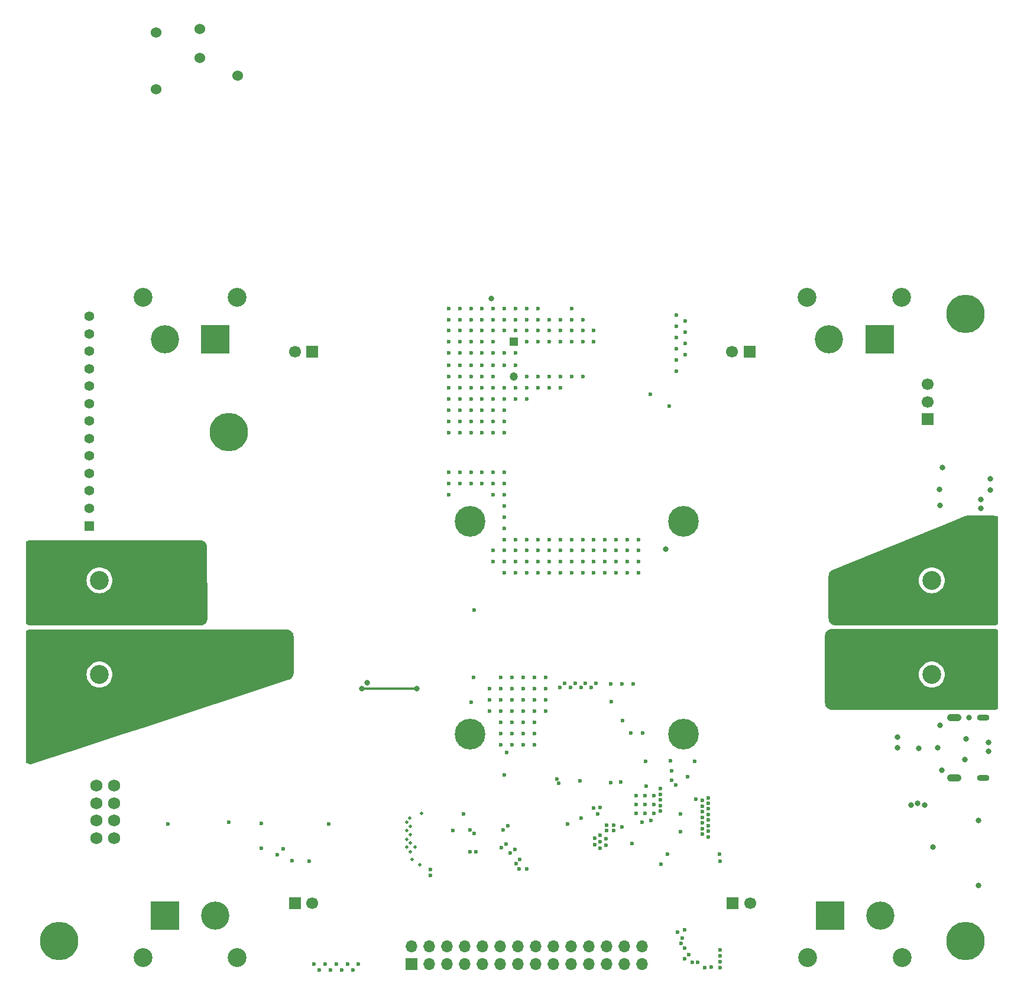
<source format=gbr>
%TF.GenerationSoftware,KiCad,Pcbnew,7.0.10*%
%TF.CreationDate,2025-04-22T22:54:08-04:00*%
%TF.ProjectId,bms-board,626d732d-626f-4617-9264-2e6b69636164,rev?*%
%TF.SameCoordinates,Original*%
%TF.FileFunction,Copper,L3,Inr*%
%TF.FilePolarity,Positive*%
%FSLAX46Y46*%
G04 Gerber Fmt 4.6, Leading zero omitted, Abs format (unit mm)*
G04 Created by KiCad (PCBNEW 7.0.10) date 2025-04-22 22:54:08*
%MOMM*%
%LPD*%
G01*
G04 APERTURE LIST*
%TA.AperFunction,ComponentPad*%
%ADD10C,5.500000*%
%TD*%
%TA.AperFunction,ComponentPad*%
%ADD11C,1.530000*%
%TD*%
%TA.AperFunction,ComponentPad*%
%ADD12R,1.700000X1.700000*%
%TD*%
%TA.AperFunction,ComponentPad*%
%ADD13O,1.700000X1.700000*%
%TD*%
%TA.AperFunction,ComponentPad*%
%ADD14C,0.600000*%
%TD*%
%TA.AperFunction,ComponentPad*%
%ADD15C,4.400000*%
%TD*%
%TA.AperFunction,ComponentPad*%
%ADD16C,0.800000*%
%TD*%
%TA.AperFunction,ComponentPad*%
%ADD17R,4.050000X4.050000*%
%TD*%
%TA.AperFunction,ComponentPad*%
%ADD18C,4.050000*%
%TD*%
%TA.AperFunction,ComponentPad*%
%ADD19C,2.700000*%
%TD*%
%TA.AperFunction,ComponentPad*%
%ADD20R,1.400000X1.400000*%
%TD*%
%TA.AperFunction,ComponentPad*%
%ADD21C,1.400000*%
%TD*%
%TA.AperFunction,ComponentPad*%
%ADD22C,1.700000*%
%TD*%
%TA.AperFunction,ComponentPad*%
%ADD23R,1.200000X1.200000*%
%TD*%
%TA.AperFunction,ComponentPad*%
%ADD24C,1.200000*%
%TD*%
%TA.AperFunction,ComponentPad*%
%ADD25C,1.752600*%
%TD*%
%TA.AperFunction,ComponentPad*%
%ADD26O,2.100000X1.050000*%
%TD*%
%TA.AperFunction,ComponentPad*%
%ADD27O,1.800000X0.900000*%
%TD*%
%TA.AperFunction,ViaPad*%
%ADD28C,0.600000*%
%TD*%
%TA.AperFunction,ViaPad*%
%ADD29C,0.800000*%
%TD*%
%TA.AperFunction,ViaPad*%
%ADD30C,0.500000*%
%TD*%
%TA.AperFunction,Conductor*%
%ADD31C,0.300000*%
%TD*%
%TA.AperFunction,Conductor*%
%ADD32C,0.500000*%
%TD*%
G04 APERTURE END LIST*
D10*
%TO.N,GND*%
%TO.C,H4*%
X164900000Y-124900000D03*
%TD*%
D11*
%TO.N,GND*%
%TO.C,TP17*%
X60700000Y-980000D03*
%TD*%
D12*
%TO.N,+5V*%
%TO.C,J4*%
X85560000Y-128200000D03*
D13*
%TO.N,+3V3*%
X85560000Y-125660000D03*
%TO.N,+5V*%
X88100000Y-128200000D03*
%TO.N,+3V3*%
X88100000Y-125660000D03*
%TO.N,GND*%
X90640000Y-128200000D03*
X90640000Y-125660000D03*
%TO.N,/Microcontroller/GPIO12*%
X93180000Y-128200000D03*
%TO.N,/Microcontroller/GPIO13*%
X93180000Y-125660000D03*
%TO.N,/Microcontroller/GPIO14*%
X95720000Y-128200000D03*
%TO.N,/Microcontroller/GPIO15*%
X95720000Y-125660000D03*
%TO.N,/Microcontroller/SWCLK*%
X98260000Y-128200000D03*
%TO.N,/Microcontroller/SWD*%
X98260000Y-125660000D03*
%TO.N,/Microcontroller/GPIO16*%
X100800000Y-128200000D03*
%TO.N,/Microcontroller/GPIO17*%
X100800000Y-125660000D03*
%TO.N,GND*%
X103340000Y-128200000D03*
X103340000Y-125660000D03*
%TO.N,/Microcontroller/GPIO18*%
X105880000Y-128200000D03*
%TO.N,/Microcontroller/GPIO19*%
X105880000Y-125660000D03*
%TO.N,/Microcontroller/GPIO20*%
X108420000Y-128200000D03*
%TO.N,/Microcontroller/GPIO21*%
X108420000Y-125660000D03*
%TO.N,/Microcontroller/GPIO22*%
X110960000Y-128200000D03*
%TO.N,/Microcontroller/GPIO23*%
X110960000Y-125660000D03*
%TO.N,/Microcontroller/GPIO24*%
X113500000Y-128200000D03*
%TO.N,/Microcontroller/GPIO25*%
X113500000Y-125660000D03*
%TO.N,/Microcontroller/GPIO26_ADC0*%
X116040000Y-128200000D03*
%TO.N,GND*%
X116040000Y-125660000D03*
X118580000Y-128200000D03*
X118580000Y-125660000D03*
%TD*%
D11*
%TO.N,GND*%
%TO.C,TP5*%
X55300000Y5700000D03*
%TD*%
D10*
%TO.N,GND*%
%TO.C,H1*%
X59400000Y-52000000D03*
%TD*%
%TO.N,GND*%
%TO.C,H2*%
X164900000Y-35100000D03*
%TD*%
%TO.N,GND*%
%TO.C,H3*%
X35100000Y-124900000D03*
%TD*%
D11*
%TO.N,GND*%
%TO.C,TP6*%
X49010000Y-2948700D03*
%TD*%
D14*
%TO.N,GND*%
%TO.C,U6*%
X117762500Y-104087500D03*
X117762500Y-105362500D03*
X117762500Y-106637500D03*
X119037500Y-104087500D03*
X119037500Y-105362500D03*
X119037500Y-106637500D03*
X120312500Y-104087500D03*
X120312500Y-105362500D03*
X120312500Y-106637500D03*
%TD*%
D11*
%TO.N,GND*%
%TO.C,TP7*%
X49010000Y5231300D03*
%TD*%
%TO.N,/Battery Stack Monitor/-BATT*%
%TO.C,TP2*%
X55300000Y1610000D03*
%TD*%
D15*
%TO.N,*%
%TO.C,MP3*%
X94000000Y-95300000D03*
%TD*%
D16*
%TO.N,/Battery Stack Monitor/-BATT*%
%TO.C,J6*%
X34000000Y-71600000D03*
X32600000Y-71600000D03*
X31200000Y-71600000D03*
X35400000Y-72300000D03*
X34000000Y-73000000D03*
X32600000Y-73000000D03*
X31200000Y-73000000D03*
X36800000Y-73700000D03*
X35400000Y-73700000D03*
X34000000Y-74400000D03*
X32600000Y-74400000D03*
X31200000Y-74400000D03*
X36800000Y-75100000D03*
X35400000Y-75100000D03*
X34000000Y-75800000D03*
X32600000Y-75800000D03*
X31200000Y-75800000D03*
D17*
X46900000Y-76400000D03*
D16*
X35400000Y-76500000D03*
X34000000Y-77200000D03*
X32600000Y-77200000D03*
X31200000Y-77200000D03*
%TO.N,+BATT*%
X34000000Y-82800000D03*
X32600000Y-82800000D03*
X31200000Y-82800000D03*
X35400000Y-83500000D03*
D18*
X46900000Y-83600000D03*
D16*
X34000000Y-84200000D03*
X32600000Y-84200000D03*
X31200000Y-84200000D03*
X36800000Y-84900000D03*
X35400000Y-84900000D03*
X34000000Y-85600000D03*
X32600000Y-85600000D03*
X31200000Y-85600000D03*
X36800000Y-86300000D03*
X35400000Y-86300000D03*
X34000000Y-87000000D03*
X32600000Y-87000000D03*
X31200000Y-87000000D03*
X35400000Y-87700000D03*
X34000000Y-88400000D03*
X32600000Y-88400000D03*
X31200000Y-88400000D03*
D19*
%TO.N,unconnected-(J6-Pad3)*%
X40900000Y-86750000D03*
%TO.N,unconnected-(J6-Pad4)*%
X40900000Y-73250000D03*
%TD*%
D17*
%TO.N,+BATT*%
%TO.C,J9*%
X145500000Y-121257500D03*
D18*
%TO.N,GND*%
X152700000Y-121257500D03*
D19*
%TO.N,unconnected-(J9-MH1-Pad3)*%
X142350000Y-127257500D03*
%TO.N,unconnected-(J9-MH2-Pad4)*%
X155850000Y-127257500D03*
%TD*%
D20*
%TO.N,GND*%
%TO.C,J1*%
X39400000Y-65447762D03*
D21*
%TO.N,Net-(Q2-E)*%
X39400000Y-62947762D03*
%TO.N,Net-(Q3-E)*%
X39400000Y-60447762D03*
%TO.N,Net-(Q4-E)*%
X39400000Y-57947762D03*
%TO.N,Net-(Q5-E)*%
X39400000Y-55447762D03*
%TO.N,Net-(Q6-E)*%
X39400000Y-52947762D03*
%TO.N,Net-(Q7-E)*%
X39400000Y-50447762D03*
%TO.N,Net-(Q8-E)*%
X39400000Y-47947762D03*
%TO.N,Net-(Q9-E)*%
X39400000Y-45447762D03*
%TO.N,Net-(Q10-E)*%
X39400000Y-42947762D03*
%TO.N,Net-(Q11-E)*%
X39400000Y-40447762D03*
%TO.N,Net-(Q12-E)*%
X39400000Y-37947762D03*
%TO.N,Net-(J1-Pad13)*%
X39400000Y-35447762D03*
%TD*%
D15*
%TO.N,*%
%TO.C,MP4*%
X124500000Y-95300000D03*
%TD*%
D12*
%TO.N,+5V*%
%TO.C,J10*%
X159520000Y-50200000D03*
D22*
%TO.N,/External Connections and Sensing/RGB_DOUT*%
X159520000Y-47700000D03*
%TO.N,GND*%
X159520000Y-45200000D03*
%TD*%
D23*
%TO.N,+BATT*%
%TO.C,C28*%
X100200000Y-39108400D03*
D24*
%TO.N,GND*%
X100200000Y-44108400D03*
%TD*%
D25*
%TO.N,/Battery Stack Monitor/THERM1*%
%TO.C,J2*%
X42958098Y-102683400D03*
%TO.N,/Battery Stack Monitor/THERM2*%
X42958098Y-105183400D03*
%TO.N,/Battery Stack Monitor/THERM3*%
X42958098Y-107683400D03*
%TO.N,/Battery Stack Monitor/THERM4*%
X42958098Y-110183400D03*
%TO.N,/Battery Stack Monitor/THERM5*%
X40458098Y-102683400D03*
%TO.N,/Battery Stack Monitor/THERM6*%
X40458098Y-105183400D03*
%TO.N,GND*%
X40458098Y-107683400D03*
X40458098Y-110183400D03*
%TD*%
D12*
%TO.N,+5V*%
%TO.C,J15*%
X68900000Y-119520000D03*
D22*
%TO.N,GND*%
X71400000Y-119520000D03*
%TD*%
D15*
%TO.N,*%
%TO.C,MP2*%
X124500000Y-64800000D03*
%TD*%
D12*
%TO.N,+5V*%
%TO.C,J13*%
X71400000Y-40480000D03*
D22*
%TO.N,GND*%
X68900000Y-40480000D03*
%TD*%
D15*
%TO.N,*%
%TO.C,MP1*%
X94000000Y-64800000D03*
%TD*%
D26*
%TO.N,GND*%
%TO.C,J3*%
X163320000Y-92900000D03*
X163320000Y-101540000D03*
D27*
X167500000Y-92900000D03*
X167500000Y-101540000D03*
%TD*%
D17*
%TO.N,+BATT*%
%TO.C,J7*%
X152600000Y-38720000D03*
D18*
%TO.N,GND*%
X145400000Y-38720000D03*
D19*
%TO.N,unconnected-(J7-MH1-Pad3)*%
X155750000Y-32720000D03*
%TO.N,unconnected-(J7-MH2-Pad4)*%
X142250000Y-32720000D03*
%TD*%
D17*
%TO.N,+BATT*%
%TO.C,J5*%
X57500000Y-38700000D03*
D18*
%TO.N,GND*%
X50300000Y-38700000D03*
D19*
%TO.N,unconnected-(J5-MH1-Pad3)*%
X60650000Y-32700000D03*
%TO.N,unconnected-(J5-MH2-Pad4)*%
X47150000Y-32700000D03*
%TD*%
D12*
%TO.N,+5V*%
%TO.C,J16*%
X131600000Y-119540000D03*
D22*
%TO.N,GND*%
X134100000Y-119540000D03*
%TD*%
D12*
%TO.N,+5V*%
%TO.C,J14*%
X134000000Y-40500000D03*
D22*
%TO.N,GND*%
X131500000Y-40500000D03*
%TD*%
D16*
%TO.N,+BATT*%
%TO.C,J11*%
X166100000Y-89300000D03*
X167500000Y-89300000D03*
X168900000Y-89300000D03*
X164700000Y-88600000D03*
X166100000Y-87900000D03*
X167500000Y-87900000D03*
X168900000Y-87900000D03*
X163300000Y-87200000D03*
X164700000Y-87200000D03*
X166100000Y-86500000D03*
X167500000Y-86500000D03*
X168900000Y-86500000D03*
X163300000Y-85800000D03*
X164700000Y-85800000D03*
X166100000Y-85100000D03*
X167500000Y-85100000D03*
X168900000Y-85100000D03*
X164700000Y-84400000D03*
X166100000Y-83700000D03*
X167500000Y-83700000D03*
X168900000Y-83700000D03*
D17*
X154100000Y-83600000D03*
D18*
%TO.N,GND*%
X154100000Y-76400000D03*
D16*
X166100000Y-76300000D03*
X167500000Y-76300000D03*
X168900000Y-76300000D03*
X164700000Y-75600000D03*
X166100000Y-74900000D03*
X167500000Y-74900000D03*
X168900000Y-74900000D03*
X163300000Y-74200000D03*
X164700000Y-74200000D03*
X166100000Y-73500000D03*
X167500000Y-73500000D03*
X168900000Y-73500000D03*
X163300000Y-72800000D03*
X164700000Y-72800000D03*
X166100000Y-72100000D03*
X167500000Y-72100000D03*
X168900000Y-72100000D03*
X164700000Y-71400000D03*
X166100000Y-70700000D03*
X167500000Y-70700000D03*
X168900000Y-70700000D03*
D19*
%TO.N,unconnected-(J11-MH1-Pad3)*%
X160100000Y-86750000D03*
%TO.N,unconnected-(J11-MH2-Pad4)*%
X160100000Y-73250000D03*
%TD*%
D17*
%TO.N,+BATT*%
%TO.C,J8*%
X50300000Y-121300000D03*
D18*
%TO.N,GND*%
X57500000Y-121300000D03*
D19*
%TO.N,unconnected-(J8-MH1-Pad3)*%
X47150000Y-127300000D03*
%TO.N,unconnected-(J8-MH2-Pad4)*%
X60650000Y-127300000D03*
%TD*%
D28*
%TO.N,GND*%
X99200000Y-97900000D03*
X98900000Y-101100000D03*
X67200000Y-111700000D03*
X64100000Y-111600000D03*
X66400000Y-112600000D03*
X68500000Y-113400000D03*
X70900000Y-113500000D03*
X73700000Y-108200000D03*
X50700000Y-108200000D03*
X59400000Y-107900000D03*
X64100000Y-108100000D03*
D29*
%TO.N,/Microcontroller/USB_D-*%
X155200000Y-95700000D03*
%TO.N,/Microcontroller/USB_D+*%
X155200000Y-97200000D03*
D28*
%TO.N,+3V3*%
X117300000Y-88100000D03*
X115700000Y-88100000D03*
X114100000Y-88100000D03*
D29*
%TO.N,GND*%
X168210000Y-96470000D03*
D28*
X109850000Y-88565687D03*
D29*
X97000000Y-32850000D03*
D28*
X93000000Y-106736336D03*
X100500000Y-45700000D03*
X92500000Y-42500000D03*
X121325735Y-113874265D03*
X124800000Y-37700000D03*
X94100000Y-45700000D03*
D29*
X168500000Y-60300000D03*
D28*
X129801073Y-113532797D03*
X123500000Y-36900000D03*
D29*
X160249999Y-111489999D03*
D28*
X124800000Y-36100000D03*
D29*
X166800000Y-116940000D03*
D28*
X98714003Y-109025000D03*
X90900000Y-45700000D03*
X103700000Y-45700000D03*
X124800000Y-40900000D03*
X124100000Y-109300000D03*
X125144247Y-101365565D03*
X94100000Y-48900000D03*
X95700000Y-48900000D03*
X94600000Y-77500000D03*
X122658379Y-99073895D03*
X129770604Y-128700000D03*
D30*
X84900000Y-109125000D03*
D28*
X92500000Y-50500000D03*
X91500000Y-109075000D03*
D29*
X160950000Y-97220000D03*
D28*
X98900000Y-52100000D03*
X88300000Y-115500000D03*
X124800000Y-39300000D03*
X129800000Y-126202938D03*
X92500000Y-52100000D03*
D29*
X167100000Y-61700000D03*
D28*
X94500000Y-87200000D03*
X95700000Y-52100000D03*
X123500000Y-43300000D03*
D30*
X84900000Y-110325000D03*
D28*
X123500000Y-38500000D03*
X94100000Y-50500000D03*
X95700000Y-45700000D03*
X113490578Y-109123558D03*
X117000000Y-95100000D03*
X109700000Y-102000000D03*
X94100000Y-90700000D03*
X98900000Y-47300000D03*
X128494945Y-128653585D03*
X124700000Y-123300000D03*
D30*
X84900000Y-107925000D03*
D28*
X92500000Y-44100000D03*
X97300000Y-50500000D03*
X97300000Y-45700000D03*
X124201610Y-125274211D03*
X106900000Y-44100000D03*
X90900000Y-44100000D03*
X114500000Y-109100003D03*
X102100000Y-44100000D03*
X115700000Y-108600000D03*
X126575360Y-128000304D03*
X97300000Y-42500000D03*
X102100000Y-47300000D03*
D30*
X86800000Y-114000000D03*
D29*
X161310000Y-94020000D03*
X79276753Y-87933886D03*
D28*
X92500000Y-48900000D03*
X115591841Y-102162500D03*
X111330000Y-88585687D03*
X94824266Y-112124263D03*
X92500000Y-45700000D03*
X97300000Y-52100000D03*
X97300000Y-47300000D03*
X105300000Y-45700000D03*
X102100000Y-45700000D03*
D29*
X122000000Y-68800000D03*
X168210000Y-97740000D03*
X161200000Y-60200000D03*
X167100000Y-62950000D03*
D28*
X95700000Y-42500000D03*
X126167028Y-99200000D03*
X106900000Y-45700000D03*
X94100000Y-44100000D03*
X123500000Y-35300000D03*
X100534313Y-113825000D03*
X111700000Y-105900000D03*
X107900000Y-108200000D03*
X94100000Y-42500000D03*
X124734313Y-127500000D03*
X97300000Y-44100000D03*
X88299999Y-114700000D03*
X95700000Y-50500000D03*
X92500000Y-47300000D03*
X98900000Y-50500000D03*
D30*
X84900000Y-111475000D03*
D28*
X115851000Y-93349000D03*
X100500000Y-47300000D03*
X99759998Y-112280002D03*
X117175630Y-110975630D03*
X98900000Y-48900000D03*
X98475303Y-111525000D03*
X95700000Y-44100000D03*
X126300000Y-104562500D03*
D30*
X87000000Y-106602216D03*
D28*
X90900000Y-42500000D03*
X94100000Y-47300000D03*
D29*
X161529998Y-100440000D03*
D28*
X94100000Y-52100000D03*
X90900000Y-50500000D03*
X108350000Y-88565687D03*
X110100000Y-44100000D03*
D29*
X168500000Y-58700000D03*
D28*
X103700000Y-44100000D03*
D29*
X166800000Y-107640000D03*
D28*
X90900000Y-48900000D03*
X123500000Y-40100000D03*
X90900000Y-52100000D03*
X118700000Y-95100000D03*
X94555460Y-109547897D03*
X105300000Y-44100000D03*
X98900000Y-42500000D03*
D29*
X165410000Y-92940000D03*
D28*
X108500000Y-44100000D03*
D30*
X86100000Y-111500000D03*
D28*
X106850000Y-88565687D03*
X90900000Y-47300000D03*
X95700000Y-47300000D03*
X98900000Y-45700000D03*
X100500000Y-42500000D03*
X123500000Y-41700000D03*
X97300000Y-48900000D03*
%TO.N,+3V3*%
X123412238Y-102562500D03*
X121200000Y-104700000D03*
X118633680Y-107881712D03*
X124113130Y-106686870D03*
X127250000Y-104800000D03*
X114200000Y-90600000D03*
X127250000Y-106400000D03*
X127250000Y-108800000D03*
X121200000Y-105500000D03*
X128050000Y-104400000D03*
X122800000Y-100500000D03*
X111800000Y-111100000D03*
X128050000Y-107600000D03*
X128050000Y-106000000D03*
X127250000Y-107200000D03*
X112600000Y-110700000D03*
X112600000Y-109800000D03*
X122800000Y-101900000D03*
X111800000Y-110200000D03*
X114100000Y-102200000D03*
X128050000Y-105200000D03*
X113400000Y-110300000D03*
X106700000Y-102350000D03*
X121200000Y-103900000D03*
X109900000Y-107300000D03*
X128050000Y-110000000D03*
X121200000Y-106300000D03*
X112600000Y-111600000D03*
X128050000Y-106800000D03*
X127250000Y-105600000D03*
X119230446Y-102743282D03*
X127250000Y-108000000D03*
X121200000Y-103100000D03*
X119124265Y-99175735D03*
X106400000Y-101700000D03*
X128050000Y-108400000D03*
X128050000Y-109200000D03*
X127250000Y-109600000D03*
X113400000Y-111200000D03*
%TO.N,+1V1*%
X119900000Y-107650000D03*
%TO.N,+BATT*%
X102100000Y-34300000D03*
X76400000Y-128200000D03*
X105300000Y-37500000D03*
X103700000Y-39100000D03*
X95700000Y-40700000D03*
X105300000Y-35900000D03*
X94100000Y-40700000D03*
X95700000Y-35900000D03*
X100500000Y-40700000D03*
X75600000Y-129100000D03*
X73200000Y-128200000D03*
X102100000Y-35900000D03*
X106900000Y-37500000D03*
X98900000Y-34300000D03*
X92500000Y-40700000D03*
X92500000Y-34300000D03*
X108500000Y-35900000D03*
X110100000Y-35900000D03*
X97300000Y-40700000D03*
X94100000Y-34300000D03*
X106900000Y-35900000D03*
X90900000Y-35900000D03*
X98900000Y-35900000D03*
X97300000Y-39100000D03*
X94100000Y-39100000D03*
X100500000Y-37500000D03*
X72400000Y-129100000D03*
X71600000Y-128200000D03*
X103700000Y-34300000D03*
X98900000Y-37500000D03*
X97300000Y-35900000D03*
X92500000Y-39100000D03*
X106900000Y-39100000D03*
X108500000Y-37500000D03*
X100500000Y-34300000D03*
X111700000Y-37500000D03*
X95700000Y-37500000D03*
X94100000Y-37500000D03*
X95700000Y-34300000D03*
X108500000Y-39100000D03*
X90900000Y-34300000D03*
X105300000Y-39100000D03*
X103700000Y-35900000D03*
X103700000Y-37500000D03*
X108500000Y-34300000D03*
X92500000Y-37500000D03*
X90900000Y-39100000D03*
X111700000Y-39100000D03*
X90900000Y-37500000D03*
X95700000Y-39100000D03*
X74800000Y-128200000D03*
X110100000Y-39100000D03*
X74000000Y-129100000D03*
X110100000Y-37500000D03*
X78000000Y-128200000D03*
X97300000Y-34300000D03*
X77200000Y-129100000D03*
X100500000Y-35900000D03*
X98900000Y-40700000D03*
X94100000Y-35900000D03*
X92500000Y-35900000D03*
X97300000Y-37500000D03*
X102100000Y-39100000D03*
X90900000Y-40700000D03*
X102100000Y-37500000D03*
%TO.N,+5V*%
X103200000Y-88800000D03*
X98400000Y-90400000D03*
X98900000Y-67400000D03*
X111700000Y-67400000D03*
X101600000Y-92000000D03*
X97300000Y-61000000D03*
X100000000Y-95200000D03*
X103200000Y-95200000D03*
X104800000Y-92000000D03*
X108500000Y-67400000D03*
D29*
X86325000Y-88800000D03*
D28*
X105300000Y-67400000D03*
X111700000Y-69000000D03*
X101600000Y-93600000D03*
X114900000Y-67400000D03*
X106900000Y-72200000D03*
X103200000Y-87200000D03*
X103200000Y-93600000D03*
X94100000Y-59400000D03*
X118100000Y-72200000D03*
X103200000Y-92000000D03*
X103200000Y-90400000D03*
X114900000Y-70600000D03*
X94100000Y-57800000D03*
X106900000Y-69000000D03*
X100500000Y-69000000D03*
X98900000Y-61000000D03*
X108500000Y-72200000D03*
X105300000Y-70600000D03*
X101600000Y-87200000D03*
X97300000Y-59400000D03*
X102100000Y-70600000D03*
X100500000Y-72200000D03*
X113300000Y-67400000D03*
X110100000Y-70600000D03*
X113300000Y-72200000D03*
X103700000Y-69000000D03*
X114900000Y-72200000D03*
X100000000Y-88800000D03*
X98900000Y-70600000D03*
X116500000Y-70600000D03*
X100500000Y-67400000D03*
X113300000Y-69000000D03*
X118100000Y-69000000D03*
X90900000Y-57800000D03*
X105300000Y-72200000D03*
X100000000Y-93600000D03*
X100000000Y-90400000D03*
X118100000Y-67400000D03*
X103700000Y-72200000D03*
X97300000Y-69000000D03*
X100000000Y-92000000D03*
X92500000Y-57800000D03*
X106900000Y-67400000D03*
X98900000Y-69000000D03*
X104800000Y-87200000D03*
X100500000Y-70600000D03*
X100000000Y-96800000D03*
X100000000Y-87200000D03*
X101600000Y-88800000D03*
X105300000Y-69000000D03*
X96800000Y-88800000D03*
X95700000Y-59400000D03*
X95700000Y-57800000D03*
X103700000Y-70600000D03*
X96800000Y-90400000D03*
X113300000Y-70600000D03*
X98900000Y-62600000D03*
X111700000Y-70600000D03*
X103200000Y-96800000D03*
X98900000Y-59400000D03*
X98400000Y-87200000D03*
X103700000Y-67400000D03*
X104800000Y-88800000D03*
X98400000Y-93600000D03*
X108500000Y-70600000D03*
X98400000Y-92000000D03*
X110100000Y-69000000D03*
X97300000Y-57800000D03*
X98400000Y-95200000D03*
X110100000Y-67400000D03*
X97300000Y-70600000D03*
X102100000Y-72200000D03*
X102100000Y-69000000D03*
X98900000Y-64200000D03*
X98900000Y-65800000D03*
D29*
X158100458Y-105179139D03*
D28*
X106900000Y-70600000D03*
X101600000Y-96800000D03*
X111700000Y-72200000D03*
X114900000Y-69000000D03*
X116500000Y-72200000D03*
X110100000Y-72200000D03*
X96800000Y-92000000D03*
D29*
X78455319Y-88755319D03*
D28*
X108500000Y-69000000D03*
X90900000Y-61000000D03*
X118100000Y-70600000D03*
X90900000Y-59400000D03*
X116500000Y-69000000D03*
X116500000Y-67400000D03*
X104800000Y-90400000D03*
X98900000Y-57800000D03*
X98900000Y-72200000D03*
X102100000Y-67400000D03*
X98400000Y-96800000D03*
X98400000Y-88800000D03*
X92500000Y-59400000D03*
X101600000Y-90400000D03*
X101600000Y-95200000D03*
D29*
%TO.N,/Microcontroller/VBUS*%
X158200000Y-97340000D03*
D28*
%TO.N,/Battery Stack Monitor/SPI_TX*%
X93950000Y-109025000D03*
D30*
X85400000Y-109700000D03*
D28*
%TO.N,/Battery Stack Monitor/SPI_CS*%
X94000000Y-112100000D03*
D30*
X85400000Y-112100000D03*
D28*
%TO.N,/Battery Stack Monitor/SPI_SCLK*%
X99400000Y-108400000D03*
D30*
X85400000Y-108500000D03*
D29*
%TO.N,Net-(J3-CC1_A)*%
X165000000Y-95940000D03*
D30*
%TO.N,/Battery Stack Monitor/SPI_RX*%
X85400000Y-110900000D03*
D28*
X99100000Y-111000000D03*
D29*
%TO.N,Net-(U7-VOUT)*%
X161600000Y-57132998D03*
D30*
%TO.N,/Battery Stack Monitor/ALERT*%
X85349993Y-107325000D03*
D28*
X100400000Y-111800000D03*
D29*
%TO.N,Net-(J3-CC1_B)*%
X164810000Y-98940000D03*
D30*
%TO.N,/Battery Stack Monitor/RST_SHUT*%
X85700000Y-113200000D03*
D28*
X101100000Y-113200000D03*
%TO.N,/External Connections and Sensing/RGB_DIN*%
X112600000Y-105762500D03*
X109000000Y-88000000D03*
%TO.N,/Microcontroller/GPIO25*%
X125775735Y-127975735D03*
%TO.N,/Microcontroller/GPIO24*%
X125300000Y-126900000D03*
%TO.N,/Microcontroller/GPIO23*%
X124700000Y-125900000D03*
%TO.N,/Microcontroller/GPIO22*%
X124400000Y-124500000D03*
%TO.N,/Microcontroller/GPIO21*%
X123724265Y-123675735D03*
%TO.N,/Microcontroller/RUN*%
X129706134Y-112512089D03*
X122207108Y-112492892D03*
D29*
%TO.N,/External Connections and Sensing/PIX_CLK*%
X159056409Y-105472674D03*
D28*
X129800000Y-127002941D03*
X102100000Y-114600000D03*
D29*
%TO.N,/External Connections and Sensing/PIX_DAT*%
X157149999Y-105489999D03*
D28*
X129772872Y-127900000D03*
X101000000Y-114556494D03*
%TO.N,/External Connections and Sensing/DAC_DAT*%
X110500000Y-88000000D03*
X113524265Y-108324265D03*
%TO.N,/External Connections and Sensing/DAC_CLK*%
X111980000Y-88020000D03*
X114500000Y-108300000D03*
%TO.N,/5V Regulator/PGOOD*%
X107500000Y-88000000D03*
X112225735Y-106725735D03*
%TO.N,Net-(U3-ULTRASONIC)*%
X119795558Y-46579442D03*
X122524251Y-48311235D03*
D29*
%TO.N,Net-(CR3-Pad4)*%
X161300000Y-62500000D03*
D28*
%TO.N,/Microcontroller/GPIO26_ADC0*%
X127600000Y-128700000D03*
%TD*%
D31*
%TO.N,+5V*%
X86325000Y-88800000D02*
X78500000Y-88800000D01*
D32*
X78500000Y-88800000D02*
X78455319Y-88755319D01*
%TD*%
%TA.AperFunction,Conductor*%
%TO.N,/Battery Stack Monitor/-BATT*%
G36*
X55314195Y-67500591D02*
G01*
X55335254Y-67502654D01*
X55490157Y-67517830D01*
X55513876Y-67522522D01*
X55677326Y-67571830D01*
X55699683Y-67581038D01*
X55850447Y-67661128D01*
X55870591Y-67674498D01*
X56002944Y-67782325D01*
X56020114Y-67799354D01*
X56129026Y-67930823D01*
X56142563Y-67950861D01*
X56223886Y-68100965D01*
X56233277Y-68123248D01*
X56283919Y-68286275D01*
X56288807Y-68309958D01*
X56307489Y-68485777D01*
X56308179Y-68497863D01*
X56391685Y-78685679D01*
X56391182Y-78697900D01*
X56375038Y-78875823D01*
X56370443Y-78899822D01*
X56321469Y-79065225D01*
X56312257Y-79087857D01*
X56231800Y-79240443D01*
X56218329Y-79260829D01*
X56109513Y-79394675D01*
X56092306Y-79412023D01*
X55959353Y-79521936D01*
X55939078Y-79535574D01*
X55787158Y-79617277D01*
X55764603Y-79626674D01*
X55599609Y-79677002D01*
X55575649Y-79681794D01*
X55417067Y-79697495D01*
X55397859Y-79699397D01*
X55385643Y-79700000D01*
X31006093Y-79700000D01*
X30993939Y-79699403D01*
X30817065Y-79681982D01*
X30793224Y-79677240D01*
X30629001Y-79627424D01*
X30606543Y-79618121D01*
X30466047Y-79543024D01*
X30416202Y-79494062D01*
X30400500Y-79433666D01*
X30400500Y-73250001D01*
X39044773Y-73250001D01*
X39063657Y-73514027D01*
X39063658Y-73514034D01*
X39119921Y-73772673D01*
X39212426Y-74020690D01*
X39212428Y-74020694D01*
X39339280Y-74253005D01*
X39339285Y-74253013D01*
X39497906Y-74464907D01*
X39497922Y-74464925D01*
X39685074Y-74652077D01*
X39685092Y-74652093D01*
X39896986Y-74810714D01*
X39896994Y-74810719D01*
X40129305Y-74937571D01*
X40129309Y-74937573D01*
X40129311Y-74937574D01*
X40377322Y-75030077D01*
X40377325Y-75030077D01*
X40377326Y-75030078D01*
X40572552Y-75072546D01*
X40635974Y-75086343D01*
X40879660Y-75103772D01*
X40899999Y-75105227D01*
X40900000Y-75105227D01*
X40900001Y-75105227D01*
X40918885Y-75103876D01*
X41164026Y-75086343D01*
X41422678Y-75030077D01*
X41670689Y-74937574D01*
X41903011Y-74810716D01*
X42114915Y-74652087D01*
X42302087Y-74464915D01*
X42460716Y-74253011D01*
X42587574Y-74020689D01*
X42680077Y-73772678D01*
X42736343Y-73514026D01*
X42755227Y-73250000D01*
X42736343Y-72985974D01*
X42680077Y-72727322D01*
X42587574Y-72479311D01*
X42460716Y-72246989D01*
X42460714Y-72246986D01*
X42302093Y-72035092D01*
X42302077Y-72035074D01*
X42114925Y-71847922D01*
X42114907Y-71847906D01*
X41903013Y-71689285D01*
X41903005Y-71689280D01*
X41670694Y-71562428D01*
X41670690Y-71562426D01*
X41422673Y-71469921D01*
X41164034Y-71413658D01*
X41164027Y-71413657D01*
X40900001Y-71394773D01*
X40899999Y-71394773D01*
X40635972Y-71413657D01*
X40635965Y-71413658D01*
X40377326Y-71469921D01*
X40129309Y-71562426D01*
X40129305Y-71562428D01*
X39896994Y-71689280D01*
X39896986Y-71689285D01*
X39685092Y-71847906D01*
X39685074Y-71847922D01*
X39497922Y-72035074D01*
X39497906Y-72035092D01*
X39339285Y-72246986D01*
X39339280Y-72246994D01*
X39212428Y-72479305D01*
X39212426Y-72479309D01*
X39119921Y-72727326D01*
X39063658Y-72985965D01*
X39063657Y-72985972D01*
X39044773Y-73249998D01*
X39044773Y-73250001D01*
X30400500Y-73250001D01*
X30400500Y-67766333D01*
X30420185Y-67699294D01*
X30466045Y-67656976D01*
X30606549Y-67581875D01*
X30628994Y-67572577D01*
X30793232Y-67522757D01*
X30817056Y-67518018D01*
X30993939Y-67500597D01*
X31006093Y-67500000D01*
X55302104Y-67500000D01*
X55314195Y-67500591D01*
G37*
%TD.AperFunction*%
%TD*%
%TA.AperFunction,Conductor*%
%TO.N,+BATT*%
G36*
X67706061Y-80300597D02*
G01*
X67882941Y-80318018D01*
X67906769Y-80322757D01*
X68071001Y-80372576D01*
X68093453Y-80381877D01*
X68244798Y-80462772D01*
X68265008Y-80476276D01*
X68387684Y-80576953D01*
X68397666Y-80585145D01*
X68414854Y-80602333D01*
X68523722Y-80734989D01*
X68537227Y-80755201D01*
X68618121Y-80906543D01*
X68627424Y-80929001D01*
X68677240Y-81093224D01*
X68681982Y-81117065D01*
X68699403Y-81293938D01*
X68700000Y-81306092D01*
X68700000Y-86568691D01*
X68699323Y-86581630D01*
X68679583Y-86769780D01*
X68674213Y-86795093D01*
X68617863Y-86968853D01*
X68607355Y-86992501D01*
X68516171Y-87150778D01*
X68500985Y-87171729D01*
X68378937Y-87307637D01*
X68359732Y-87324981D01*
X68212135Y-87432597D01*
X68189751Y-87445577D01*
X68071884Y-87498347D01*
X68017074Y-87522885D01*
X68004993Y-87527553D01*
X46987333Y-94408969D01*
X43458486Y-95564353D01*
X36534781Y-97831251D01*
X34213801Y-98591166D01*
X31317342Y-99539499D01*
X31304797Y-99542890D01*
X31119278Y-99582736D01*
X31093471Y-99585501D01*
X30910260Y-99585844D01*
X30884445Y-99583176D01*
X30705179Y-99545377D01*
X30680485Y-99537395D01*
X30513012Y-99463107D01*
X30490519Y-99450157D01*
X30451727Y-99422039D01*
X30408999Y-99366757D01*
X30400500Y-99321640D01*
X30400500Y-86750001D01*
X39044773Y-86750001D01*
X39063657Y-87014027D01*
X39063658Y-87014034D01*
X39119921Y-87272673D01*
X39212426Y-87520690D01*
X39212428Y-87520694D01*
X39339280Y-87753005D01*
X39339285Y-87753013D01*
X39497906Y-87964907D01*
X39497922Y-87964925D01*
X39685074Y-88152077D01*
X39685092Y-88152093D01*
X39896986Y-88310714D01*
X39896994Y-88310719D01*
X40129305Y-88437571D01*
X40129309Y-88437573D01*
X40129311Y-88437574D01*
X40377322Y-88530077D01*
X40377325Y-88530077D01*
X40377326Y-88530078D01*
X40572552Y-88572546D01*
X40635974Y-88586343D01*
X40879660Y-88603772D01*
X40899999Y-88605227D01*
X40900000Y-88605227D01*
X40900001Y-88605227D01*
X40918885Y-88603876D01*
X41164026Y-88586343D01*
X41422678Y-88530077D01*
X41670689Y-88437574D01*
X41903011Y-88310716D01*
X42114915Y-88152087D01*
X42302087Y-87964915D01*
X42460716Y-87753011D01*
X42587574Y-87520689D01*
X42680077Y-87272678D01*
X42736343Y-87014026D01*
X42755227Y-86750000D01*
X42736343Y-86485974D01*
X42680077Y-86227322D01*
X42587574Y-85979311D01*
X42460716Y-85746989D01*
X42460714Y-85746986D01*
X42302093Y-85535092D01*
X42302077Y-85535074D01*
X42114925Y-85347922D01*
X42114907Y-85347906D01*
X41903013Y-85189285D01*
X41903005Y-85189280D01*
X41670694Y-85062428D01*
X41670690Y-85062426D01*
X41422673Y-84969921D01*
X41164034Y-84913658D01*
X41164027Y-84913657D01*
X40900001Y-84894773D01*
X40899999Y-84894773D01*
X40635972Y-84913657D01*
X40635965Y-84913658D01*
X40377326Y-84969921D01*
X40129309Y-85062426D01*
X40129305Y-85062428D01*
X39896994Y-85189280D01*
X39896986Y-85189285D01*
X39685092Y-85347906D01*
X39685074Y-85347922D01*
X39497922Y-85535074D01*
X39497906Y-85535092D01*
X39339285Y-85746986D01*
X39339280Y-85746994D01*
X39212428Y-85979305D01*
X39212426Y-85979309D01*
X39119921Y-86227326D01*
X39063658Y-86485965D01*
X39063657Y-86485972D01*
X39044773Y-86749998D01*
X39044773Y-86750001D01*
X30400500Y-86750001D01*
X30400500Y-80566333D01*
X30420185Y-80499294D01*
X30466045Y-80456976D01*
X30606549Y-80381875D01*
X30628994Y-80372577D01*
X30793232Y-80322757D01*
X30817056Y-80318018D01*
X30993939Y-80300597D01*
X31006093Y-80300000D01*
X67693907Y-80300000D01*
X67706061Y-80300597D01*
G37*
%TD.AperFunction*%
%TD*%
%TA.AperFunction,Conductor*%
%TO.N,GND*%
G36*
X169006061Y-64000597D02*
G01*
X169182941Y-64018018D01*
X169206769Y-64022757D01*
X169371001Y-64072576D01*
X169393453Y-64081877D01*
X169533954Y-64156976D01*
X169583797Y-64205937D01*
X169599500Y-64266333D01*
X169599500Y-79433666D01*
X169579815Y-79500705D01*
X169533953Y-79543024D01*
X169393456Y-79618121D01*
X169370998Y-79627424D01*
X169206775Y-79677240D01*
X169182934Y-79681982D01*
X169006061Y-79699403D01*
X168993907Y-79700000D01*
X146306093Y-79700000D01*
X146293939Y-79699403D01*
X146117065Y-79681982D01*
X146093224Y-79677240D01*
X145929001Y-79627424D01*
X145906543Y-79618121D01*
X145755201Y-79537227D01*
X145734989Y-79523722D01*
X145602333Y-79414854D01*
X145585145Y-79397666D01*
X145476277Y-79265010D01*
X145462772Y-79244798D01*
X145381878Y-79093456D01*
X145372575Y-79070998D01*
X145322757Y-78906769D01*
X145318018Y-78882941D01*
X145300597Y-78706061D01*
X145300000Y-78693907D01*
X145300000Y-73250001D01*
X158244773Y-73250001D01*
X158263657Y-73514027D01*
X158263658Y-73514034D01*
X158319921Y-73772673D01*
X158412426Y-74020690D01*
X158412428Y-74020694D01*
X158539280Y-74253005D01*
X158539285Y-74253013D01*
X158697906Y-74464907D01*
X158697922Y-74464925D01*
X158885074Y-74652077D01*
X158885092Y-74652093D01*
X159096986Y-74810714D01*
X159096994Y-74810719D01*
X159329305Y-74937571D01*
X159329309Y-74937573D01*
X159329311Y-74937574D01*
X159577322Y-75030077D01*
X159577325Y-75030077D01*
X159577326Y-75030078D01*
X159772552Y-75072546D01*
X159835974Y-75086343D01*
X160079660Y-75103772D01*
X160099999Y-75105227D01*
X160100000Y-75105227D01*
X160100001Y-75105227D01*
X160118885Y-75103876D01*
X160364026Y-75086343D01*
X160622678Y-75030077D01*
X160870689Y-74937574D01*
X161103011Y-74810716D01*
X161314915Y-74652087D01*
X161502087Y-74464915D01*
X161660716Y-74253011D01*
X161787574Y-74020689D01*
X161880077Y-73772678D01*
X161936343Y-73514026D01*
X161955227Y-73250000D01*
X161936343Y-72985974D01*
X161880077Y-72727322D01*
X161787574Y-72479311D01*
X161689738Y-72300139D01*
X161660719Y-72246994D01*
X161660714Y-72246986D01*
X161502093Y-72035092D01*
X161502077Y-72035074D01*
X161314925Y-71847922D01*
X161314907Y-71847906D01*
X161103013Y-71689285D01*
X161103005Y-71689280D01*
X160870694Y-71562428D01*
X160870690Y-71562426D01*
X160622673Y-71469921D01*
X160364034Y-71413658D01*
X160364027Y-71413657D01*
X160100001Y-71394773D01*
X160099999Y-71394773D01*
X159835972Y-71413657D01*
X159835965Y-71413658D01*
X159577326Y-71469921D01*
X159329309Y-71562426D01*
X159329305Y-71562428D01*
X159096994Y-71689280D01*
X159096986Y-71689285D01*
X158885092Y-71847906D01*
X158885074Y-71847922D01*
X158697922Y-72035074D01*
X158697906Y-72035092D01*
X158539285Y-72246986D01*
X158539280Y-72246994D01*
X158412428Y-72479305D01*
X158412426Y-72479309D01*
X158319921Y-72727326D01*
X158263658Y-72985965D01*
X158263657Y-72985972D01*
X158244773Y-73249998D01*
X158244773Y-73250001D01*
X145300000Y-73250001D01*
X145300000Y-72679347D01*
X145300604Y-72667122D01*
X145318230Y-72489212D01*
X145323025Y-72465248D01*
X145373424Y-72300139D01*
X145382830Y-72277581D01*
X145464649Y-72125569D01*
X145478294Y-72105301D01*
X145536407Y-72035074D01*
X145588348Y-71972305D01*
X145605714Y-71955098D01*
X145739725Y-71846282D01*
X145760121Y-71832825D01*
X145865544Y-71777336D01*
X145918333Y-71749552D01*
X145929432Y-71744393D01*
X163479857Y-64617317D01*
X164813508Y-64075732D01*
X164824766Y-64071780D01*
X164992136Y-64021960D01*
X165015552Y-64017387D01*
X165181063Y-64001377D01*
X165189347Y-64000576D01*
X165201286Y-64000000D01*
X168993907Y-64000000D01*
X169006061Y-64000597D01*
G37*
%TD.AperFunction*%
%TD*%
%TA.AperFunction,Conductor*%
%TO.N,+BATT*%
G36*
X169006061Y-80200597D02*
G01*
X169182941Y-80218018D01*
X169206769Y-80222757D01*
X169371001Y-80272576D01*
X169393453Y-80281877D01*
X169533954Y-80356976D01*
X169583797Y-80405937D01*
X169599500Y-80466333D01*
X169599500Y-91533666D01*
X169579815Y-91600705D01*
X169533953Y-91643024D01*
X169393456Y-91718121D01*
X169370998Y-91727424D01*
X169206775Y-91777240D01*
X169182934Y-91781982D01*
X169006061Y-91799403D01*
X168993907Y-91800000D01*
X145806093Y-91800000D01*
X145793939Y-91799403D01*
X145617065Y-91781982D01*
X145593224Y-91777240D01*
X145429001Y-91727424D01*
X145406543Y-91718121D01*
X145255201Y-91637227D01*
X145234989Y-91623722D01*
X145102333Y-91514854D01*
X145085145Y-91497666D01*
X144976277Y-91365010D01*
X144962772Y-91344798D01*
X144881878Y-91193456D01*
X144872575Y-91170998D01*
X144822757Y-91006769D01*
X144818018Y-90982941D01*
X144800597Y-90806061D01*
X144800000Y-90793907D01*
X144800000Y-86750001D01*
X158244773Y-86750001D01*
X158263657Y-87014027D01*
X158263658Y-87014034D01*
X158319921Y-87272673D01*
X158412426Y-87520690D01*
X158412428Y-87520694D01*
X158539280Y-87753005D01*
X158539285Y-87753013D01*
X158697906Y-87964907D01*
X158697922Y-87964925D01*
X158885074Y-88152077D01*
X158885092Y-88152093D01*
X159096986Y-88310714D01*
X159096994Y-88310719D01*
X159329305Y-88437571D01*
X159329309Y-88437573D01*
X159329311Y-88437574D01*
X159577322Y-88530077D01*
X159577325Y-88530077D01*
X159577326Y-88530078D01*
X159772552Y-88572546D01*
X159835974Y-88586343D01*
X160079660Y-88603772D01*
X160099999Y-88605227D01*
X160100000Y-88605227D01*
X160100001Y-88605227D01*
X160118885Y-88603876D01*
X160364026Y-88586343D01*
X160622678Y-88530077D01*
X160870689Y-88437574D01*
X161103011Y-88310716D01*
X161314915Y-88152087D01*
X161502087Y-87964915D01*
X161660716Y-87753011D01*
X161787574Y-87520689D01*
X161880077Y-87272678D01*
X161936343Y-87014026D01*
X161955227Y-86750000D01*
X161936343Y-86485974D01*
X161880077Y-86227322D01*
X161787574Y-85979311D01*
X161660716Y-85746989D01*
X161660714Y-85746986D01*
X161502093Y-85535092D01*
X161502077Y-85535074D01*
X161314925Y-85347922D01*
X161314907Y-85347906D01*
X161103013Y-85189285D01*
X161103005Y-85189280D01*
X160870694Y-85062428D01*
X160870690Y-85062426D01*
X160622673Y-84969921D01*
X160364034Y-84913658D01*
X160364027Y-84913657D01*
X160100001Y-84894773D01*
X160099999Y-84894773D01*
X159835972Y-84913657D01*
X159835965Y-84913658D01*
X159577326Y-84969921D01*
X159329309Y-85062426D01*
X159329305Y-85062428D01*
X159096994Y-85189280D01*
X159096986Y-85189285D01*
X158885092Y-85347906D01*
X158885074Y-85347922D01*
X158697922Y-85535074D01*
X158697906Y-85535092D01*
X158539285Y-85746986D01*
X158539280Y-85746994D01*
X158412428Y-85979305D01*
X158412426Y-85979309D01*
X158319921Y-86227326D01*
X158263658Y-86485965D01*
X158263657Y-86485972D01*
X158244773Y-86749998D01*
X158244773Y-86750001D01*
X144800000Y-86750001D01*
X144800000Y-81206092D01*
X144800597Y-81193938D01*
X144818018Y-81017056D01*
X144822757Y-80993232D01*
X144872577Y-80828994D01*
X144881875Y-80806549D01*
X144962775Y-80655195D01*
X144976272Y-80634995D01*
X145085149Y-80502328D01*
X145102328Y-80485149D01*
X145234995Y-80376272D01*
X145255195Y-80362775D01*
X145406549Y-80281875D01*
X145428994Y-80272577D01*
X145593232Y-80222757D01*
X145617056Y-80218018D01*
X145793939Y-80200597D01*
X145806093Y-80200000D01*
X168993907Y-80200000D01*
X169006061Y-80200597D01*
G37*
%TD.AperFunction*%
%TD*%
M02*

</source>
